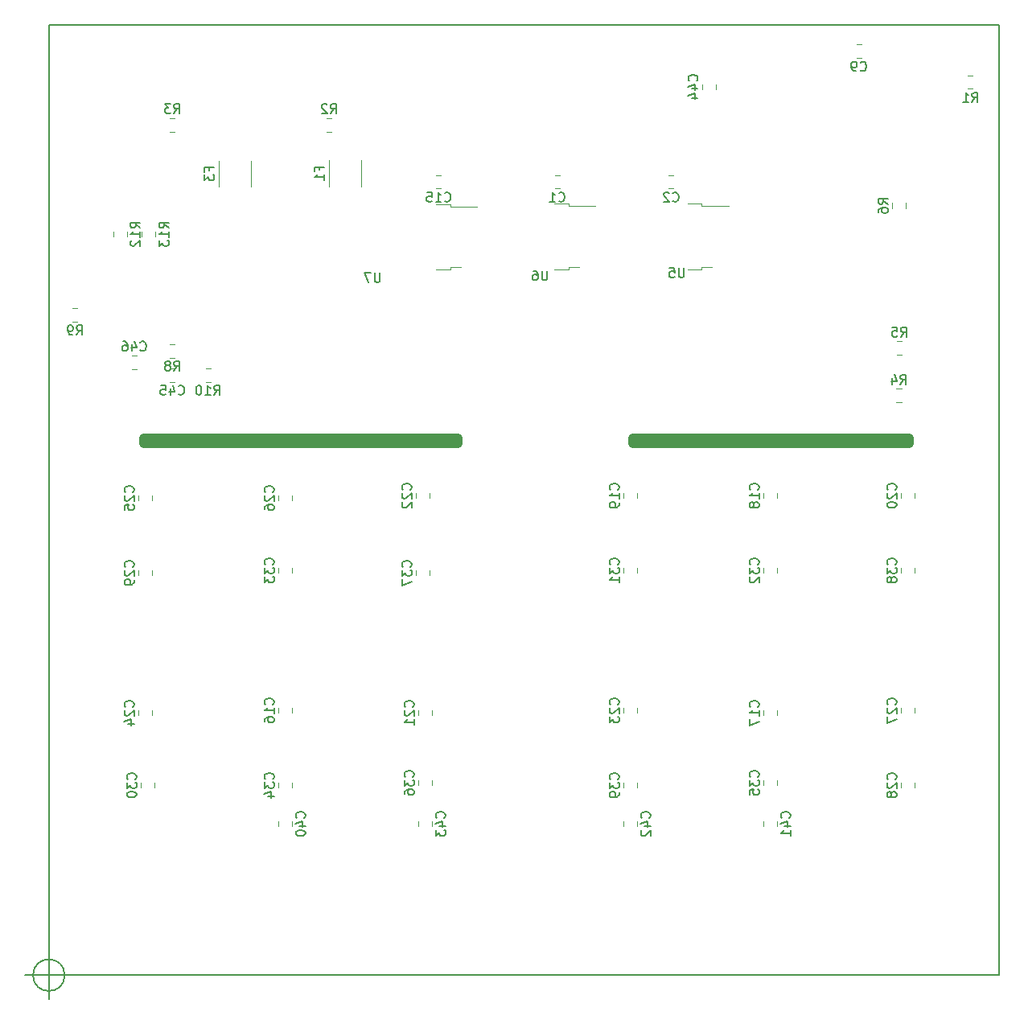
<source format=gbr>
%TF.GenerationSoftware,KiCad,Pcbnew,(5.0.0)*%
%TF.CreationDate,2019-01-15T18:54:47+01:00*%
%TF.ProjectId,KicadEuropower,4B696361644575726F706F7765722E6B,Rev B*%
%TF.SameCoordinates,Original*%
%TF.FileFunction,Legend,Bot*%
%TF.FilePolarity,Positive*%
%FSLAX46Y46*%
G04 Gerber Fmt 4.6, Leading zero omitted, Abs format (unit mm)*
G04 Created by KiCad (PCBNEW (5.0.0)) date 01/15/19 18:54:47*
%MOMM*%
%LPD*%
G01*
G04 APERTURE LIST*
%ADD10C,1.000000*%
%ADD11C,0.150000*%
%ADD12C,0.200000*%
%ADD13C,0.120000*%
G04 APERTURE END LIST*
D10*
X161500000Y-94000000D02*
X161500000Y-93500000D01*
X161500000Y-93500000D02*
X190500000Y-93500000D01*
X190500000Y-94000000D02*
X161500000Y-94000000D01*
X190500000Y-93500000D02*
X190500000Y-94000000D01*
X110000000Y-94000000D02*
X110000000Y-93500000D01*
X143000000Y-94000000D02*
X110000000Y-94000000D01*
X143000000Y-93500000D02*
X143000000Y-94000000D01*
X110000000Y-93500000D02*
X143000000Y-93500000D01*
D11*
X101666666Y-150000000D02*
G75*
G03X101666666Y-150000000I-1666666J0D01*
G01*
X97500000Y-150000000D02*
X102500000Y-150000000D01*
X100000000Y-147500000D02*
X100000000Y-152500000D01*
D12*
X200000000Y-50000000D02*
X100000000Y-50000000D01*
X200000000Y-150000000D02*
X200000000Y-50000000D01*
X100000000Y-150000000D02*
X200000000Y-150000000D01*
X100000000Y-50000000D02*
X100000000Y-150000000D01*
D13*
X132910000Y-64213748D02*
X132910000Y-66986252D01*
X129490000Y-64213748D02*
X129490000Y-66986252D01*
X153238748Y-65790000D02*
X153761252Y-65790000D01*
X153238748Y-67210000D02*
X153761252Y-67210000D01*
X165238748Y-65790000D02*
X165761252Y-65790000D01*
X165238748Y-67210000D02*
X165761252Y-67210000D01*
X140763748Y-65790000D02*
X141286252Y-65790000D01*
X140763748Y-67210000D02*
X141286252Y-67210000D01*
X125602000Y-121874748D02*
X125602000Y-122397252D01*
X124182000Y-121874748D02*
X124182000Y-122397252D01*
X176656000Y-122128748D02*
X176656000Y-122651252D01*
X175236000Y-122128748D02*
X175236000Y-122651252D01*
X176656000Y-99268748D02*
X176656000Y-99791252D01*
X175236000Y-99268748D02*
X175236000Y-99791252D01*
X161924000Y-99268748D02*
X161924000Y-99791252D01*
X160504000Y-99268748D02*
X160504000Y-99791252D01*
X191134000Y-99268748D02*
X191134000Y-99791252D01*
X189714000Y-99268748D02*
X189714000Y-99791252D01*
X140334000Y-122128748D02*
X140334000Y-122651252D01*
X138914000Y-122128748D02*
X138914000Y-122651252D01*
X140080000Y-99277748D02*
X140080000Y-99800252D01*
X138660000Y-99277748D02*
X138660000Y-99800252D01*
X161924000Y-121883748D02*
X161924000Y-122406252D01*
X160504000Y-121883748D02*
X160504000Y-122406252D01*
X109450000Y-122137748D02*
X109450000Y-122660252D01*
X110870000Y-122137748D02*
X110870000Y-122660252D01*
X109450000Y-99531748D02*
X109450000Y-100054252D01*
X110870000Y-99531748D02*
X110870000Y-100054252D01*
X124182000Y-99522748D02*
X124182000Y-100045252D01*
X125602000Y-99522748D02*
X125602000Y-100045252D01*
X189714000Y-121883748D02*
X189714000Y-122406252D01*
X191134000Y-121883748D02*
X191134000Y-122406252D01*
X189714000Y-129757748D02*
X189714000Y-130280252D01*
X191134000Y-129757748D02*
X191134000Y-130280252D01*
X109450000Y-107396748D02*
X109450000Y-107919252D01*
X110870000Y-107396748D02*
X110870000Y-107919252D01*
X109704000Y-129748748D02*
X109704000Y-130271252D01*
X111124000Y-129748748D02*
X111124000Y-130271252D01*
X160504000Y-107142748D02*
X160504000Y-107665252D01*
X161924000Y-107142748D02*
X161924000Y-107665252D01*
X175236000Y-107142748D02*
X175236000Y-107665252D01*
X176656000Y-107142748D02*
X176656000Y-107665252D01*
X124182000Y-107142748D02*
X124182000Y-107665252D01*
X125602000Y-107142748D02*
X125602000Y-107665252D01*
X124182000Y-129738748D02*
X124182000Y-130261252D01*
X125602000Y-129738748D02*
X125602000Y-130261252D01*
X175236000Y-129494748D02*
X175236000Y-130017252D01*
X176656000Y-129494748D02*
X176656000Y-130017252D01*
X138914000Y-129494748D02*
X138914000Y-130017252D01*
X140334000Y-129494748D02*
X140334000Y-130017252D01*
X140080000Y-107396748D02*
X140080000Y-107919252D01*
X138660000Y-107396748D02*
X138660000Y-107919252D01*
X189714000Y-107142748D02*
X189714000Y-107665252D01*
X191134000Y-107142748D02*
X191134000Y-107665252D01*
X161924000Y-129748748D02*
X161924000Y-130271252D01*
X160504000Y-129748748D02*
X160504000Y-130271252D01*
X125602000Y-134335252D02*
X125602000Y-133812748D01*
X124182000Y-134335252D02*
X124182000Y-133812748D01*
X175236000Y-134335252D02*
X175236000Y-133812748D01*
X176656000Y-134335252D02*
X176656000Y-133812748D01*
X161924000Y-134335252D02*
X161924000Y-133812748D01*
X160504000Y-134335252D02*
X160504000Y-133812748D01*
X117890000Y-64254694D02*
X117890000Y-67027198D01*
X121310000Y-64254694D02*
X121310000Y-67027198D01*
X196738748Y-55290000D02*
X197261252Y-55290000D01*
X196738748Y-56710000D02*
X197261252Y-56710000D01*
X129736252Y-59790000D02*
X129213748Y-59790000D01*
X129736252Y-61210000D02*
X129213748Y-61210000D01*
X113261252Y-59790000D02*
X112738748Y-59790000D01*
X113261252Y-61210000D02*
X112738748Y-61210000D01*
X189736252Y-88290000D02*
X189213748Y-88290000D01*
X189736252Y-89710000D02*
X189213748Y-89710000D01*
X189761252Y-84710000D02*
X189238748Y-84710000D01*
X189761252Y-83290000D02*
X189238748Y-83290000D01*
X190210000Y-68738748D02*
X190210000Y-69261252D01*
X188790000Y-68738748D02*
X188790000Y-69261252D01*
X140334000Y-134335252D02*
X140334000Y-133812748D01*
X138914000Y-134335252D02*
X138914000Y-133812748D01*
X170210000Y-56238748D02*
X170210000Y-56761252D01*
X168790000Y-56238748D02*
X168790000Y-56761252D01*
X184988748Y-53460000D02*
X185511252Y-53460000D01*
X184988748Y-52040000D02*
X185511252Y-52040000D01*
X112738748Y-85000000D02*
X113261252Y-85000000D01*
X112738748Y-83580000D02*
X113261252Y-83580000D01*
X102488748Y-81210000D02*
X103011252Y-81210000D01*
X102488748Y-79790000D02*
X103011252Y-79790000D01*
X116493748Y-86120000D02*
X117016252Y-86120000D01*
X116493748Y-87540000D02*
X117016252Y-87540000D01*
X112738748Y-87540000D02*
X113261252Y-87540000D01*
X112738748Y-86120000D02*
X113261252Y-86120000D01*
X109236252Y-86210000D02*
X108713748Y-86210000D01*
X109236252Y-84790000D02*
X108713748Y-84790000D01*
X106790000Y-72261252D02*
X106790000Y-71738748D01*
X108210000Y-72261252D02*
X108210000Y-71738748D01*
X111210000Y-72261252D02*
X111210000Y-71738748D01*
X109790000Y-72261252D02*
X109790000Y-71738748D01*
X167220000Y-68800000D02*
X168720000Y-68800000D01*
X168720000Y-68800000D02*
X168720000Y-69070000D01*
X168720000Y-69070000D02*
X171550000Y-69070000D01*
X167220000Y-75700000D02*
X168720000Y-75700000D01*
X168720000Y-75700000D02*
X168720000Y-75430000D01*
X168720000Y-75430000D02*
X169820000Y-75430000D01*
X153220000Y-68800000D02*
X154720000Y-68800000D01*
X154720000Y-68800000D02*
X154720000Y-69070000D01*
X154720000Y-69070000D02*
X157550000Y-69070000D01*
X153220000Y-75700000D02*
X154720000Y-75700000D01*
X154720000Y-75700000D02*
X154720000Y-75430000D01*
X154720000Y-75430000D02*
X155820000Y-75430000D01*
X142245000Y-75455000D02*
X143345000Y-75455000D01*
X142245000Y-75725000D02*
X142245000Y-75455000D01*
X140745000Y-75725000D02*
X142245000Y-75725000D01*
X142245000Y-69095000D02*
X145075000Y-69095000D01*
X142245000Y-68825000D02*
X142245000Y-69095000D01*
X140745000Y-68825000D02*
X142245000Y-68825000D01*
D11*
X128478571Y-65266666D02*
X128478571Y-64933333D01*
X129002380Y-64933333D02*
X128002380Y-64933333D01*
X128002380Y-65409523D01*
X129002380Y-66314285D02*
X129002380Y-65742857D01*
X129002380Y-66028571D02*
X128002380Y-66028571D01*
X128145238Y-65933333D01*
X128240476Y-65838095D01*
X128288095Y-65742857D01*
X153666666Y-68507142D02*
X153714285Y-68554761D01*
X153857142Y-68602380D01*
X153952380Y-68602380D01*
X154095238Y-68554761D01*
X154190476Y-68459523D01*
X154238095Y-68364285D01*
X154285714Y-68173809D01*
X154285714Y-68030952D01*
X154238095Y-67840476D01*
X154190476Y-67745238D01*
X154095238Y-67650000D01*
X153952380Y-67602380D01*
X153857142Y-67602380D01*
X153714285Y-67650000D01*
X153666666Y-67697619D01*
X152714285Y-68602380D02*
X153285714Y-68602380D01*
X153000000Y-68602380D02*
X153000000Y-67602380D01*
X153095238Y-67745238D01*
X153190476Y-67840476D01*
X153285714Y-67888095D01*
X165666666Y-68507142D02*
X165714285Y-68554761D01*
X165857142Y-68602380D01*
X165952380Y-68602380D01*
X166095238Y-68554761D01*
X166190476Y-68459523D01*
X166238095Y-68364285D01*
X166285714Y-68173809D01*
X166285714Y-68030952D01*
X166238095Y-67840476D01*
X166190476Y-67745238D01*
X166095238Y-67650000D01*
X165952380Y-67602380D01*
X165857142Y-67602380D01*
X165714285Y-67650000D01*
X165666666Y-67697619D01*
X165285714Y-67697619D02*
X165238095Y-67650000D01*
X165142857Y-67602380D01*
X164904761Y-67602380D01*
X164809523Y-67650000D01*
X164761904Y-67697619D01*
X164714285Y-67792857D01*
X164714285Y-67888095D01*
X164761904Y-68030952D01*
X165333333Y-68602380D01*
X164714285Y-68602380D01*
X141667857Y-68507142D02*
X141715476Y-68554761D01*
X141858333Y-68602380D01*
X141953571Y-68602380D01*
X142096428Y-68554761D01*
X142191666Y-68459523D01*
X142239285Y-68364285D01*
X142286904Y-68173809D01*
X142286904Y-68030952D01*
X142239285Y-67840476D01*
X142191666Y-67745238D01*
X142096428Y-67650000D01*
X141953571Y-67602380D01*
X141858333Y-67602380D01*
X141715476Y-67650000D01*
X141667857Y-67697619D01*
X140715476Y-68602380D02*
X141286904Y-68602380D01*
X141001190Y-68602380D02*
X141001190Y-67602380D01*
X141096428Y-67745238D01*
X141191666Y-67840476D01*
X141286904Y-67888095D01*
X139810714Y-67602380D02*
X140286904Y-67602380D01*
X140334523Y-68078571D01*
X140286904Y-68030952D01*
X140191666Y-67983333D01*
X139953571Y-67983333D01*
X139858333Y-68030952D01*
X139810714Y-68078571D01*
X139763095Y-68173809D01*
X139763095Y-68411904D01*
X139810714Y-68507142D01*
X139858333Y-68554761D01*
X139953571Y-68602380D01*
X140191666Y-68602380D01*
X140286904Y-68554761D01*
X140334523Y-68507142D01*
X123599142Y-121493142D02*
X123646761Y-121445523D01*
X123694380Y-121302666D01*
X123694380Y-121207428D01*
X123646761Y-121064571D01*
X123551523Y-120969333D01*
X123456285Y-120921714D01*
X123265809Y-120874095D01*
X123122952Y-120874095D01*
X122932476Y-120921714D01*
X122837238Y-120969333D01*
X122742000Y-121064571D01*
X122694380Y-121207428D01*
X122694380Y-121302666D01*
X122742000Y-121445523D01*
X122789619Y-121493142D01*
X123694380Y-122445523D02*
X123694380Y-121874095D01*
X123694380Y-122159809D02*
X122694380Y-122159809D01*
X122837238Y-122064571D01*
X122932476Y-121969333D01*
X122980095Y-121874095D01*
X122694380Y-123302666D02*
X122694380Y-123112190D01*
X122742000Y-123016952D01*
X122789619Y-122969333D01*
X122932476Y-122874095D01*
X123122952Y-122826476D01*
X123503904Y-122826476D01*
X123599142Y-122874095D01*
X123646761Y-122921714D01*
X123694380Y-123016952D01*
X123694380Y-123207428D01*
X123646761Y-123302666D01*
X123599142Y-123350285D01*
X123503904Y-123397904D01*
X123265809Y-123397904D01*
X123170571Y-123350285D01*
X123122952Y-123302666D01*
X123075333Y-123207428D01*
X123075333Y-123016952D01*
X123122952Y-122921714D01*
X123170571Y-122874095D01*
X123265809Y-122826476D01*
X174653142Y-121747142D02*
X174700761Y-121699523D01*
X174748380Y-121556666D01*
X174748380Y-121461428D01*
X174700761Y-121318571D01*
X174605523Y-121223333D01*
X174510285Y-121175714D01*
X174319809Y-121128095D01*
X174176952Y-121128095D01*
X173986476Y-121175714D01*
X173891238Y-121223333D01*
X173796000Y-121318571D01*
X173748380Y-121461428D01*
X173748380Y-121556666D01*
X173796000Y-121699523D01*
X173843619Y-121747142D01*
X174748380Y-122699523D02*
X174748380Y-122128095D01*
X174748380Y-122413809D02*
X173748380Y-122413809D01*
X173891238Y-122318571D01*
X173986476Y-122223333D01*
X174034095Y-122128095D01*
X173748380Y-123032857D02*
X173748380Y-123699523D01*
X174748380Y-123270952D01*
X174653142Y-98887142D02*
X174700761Y-98839523D01*
X174748380Y-98696666D01*
X174748380Y-98601428D01*
X174700761Y-98458571D01*
X174605523Y-98363333D01*
X174510285Y-98315714D01*
X174319809Y-98268095D01*
X174176952Y-98268095D01*
X173986476Y-98315714D01*
X173891238Y-98363333D01*
X173796000Y-98458571D01*
X173748380Y-98601428D01*
X173748380Y-98696666D01*
X173796000Y-98839523D01*
X173843619Y-98887142D01*
X174748380Y-99839523D02*
X174748380Y-99268095D01*
X174748380Y-99553809D02*
X173748380Y-99553809D01*
X173891238Y-99458571D01*
X173986476Y-99363333D01*
X174034095Y-99268095D01*
X174176952Y-100410952D02*
X174129333Y-100315714D01*
X174081714Y-100268095D01*
X173986476Y-100220476D01*
X173938857Y-100220476D01*
X173843619Y-100268095D01*
X173796000Y-100315714D01*
X173748380Y-100410952D01*
X173748380Y-100601428D01*
X173796000Y-100696666D01*
X173843619Y-100744285D01*
X173938857Y-100791904D01*
X173986476Y-100791904D01*
X174081714Y-100744285D01*
X174129333Y-100696666D01*
X174176952Y-100601428D01*
X174176952Y-100410952D01*
X174224571Y-100315714D01*
X174272190Y-100268095D01*
X174367428Y-100220476D01*
X174557904Y-100220476D01*
X174653142Y-100268095D01*
X174700761Y-100315714D01*
X174748380Y-100410952D01*
X174748380Y-100601428D01*
X174700761Y-100696666D01*
X174653142Y-100744285D01*
X174557904Y-100791904D01*
X174367428Y-100791904D01*
X174272190Y-100744285D01*
X174224571Y-100696666D01*
X174176952Y-100601428D01*
X159921142Y-98887142D02*
X159968761Y-98839523D01*
X160016380Y-98696666D01*
X160016380Y-98601428D01*
X159968761Y-98458571D01*
X159873523Y-98363333D01*
X159778285Y-98315714D01*
X159587809Y-98268095D01*
X159444952Y-98268095D01*
X159254476Y-98315714D01*
X159159238Y-98363333D01*
X159064000Y-98458571D01*
X159016380Y-98601428D01*
X159016380Y-98696666D01*
X159064000Y-98839523D01*
X159111619Y-98887142D01*
X160016380Y-99839523D02*
X160016380Y-99268095D01*
X160016380Y-99553809D02*
X159016380Y-99553809D01*
X159159238Y-99458571D01*
X159254476Y-99363333D01*
X159302095Y-99268095D01*
X160016380Y-100315714D02*
X160016380Y-100506190D01*
X159968761Y-100601428D01*
X159921142Y-100649047D01*
X159778285Y-100744285D01*
X159587809Y-100791904D01*
X159206857Y-100791904D01*
X159111619Y-100744285D01*
X159064000Y-100696666D01*
X159016380Y-100601428D01*
X159016380Y-100410952D01*
X159064000Y-100315714D01*
X159111619Y-100268095D01*
X159206857Y-100220476D01*
X159444952Y-100220476D01*
X159540190Y-100268095D01*
X159587809Y-100315714D01*
X159635428Y-100410952D01*
X159635428Y-100601428D01*
X159587809Y-100696666D01*
X159540190Y-100744285D01*
X159444952Y-100791904D01*
X189131142Y-98887142D02*
X189178761Y-98839523D01*
X189226380Y-98696666D01*
X189226380Y-98601428D01*
X189178761Y-98458571D01*
X189083523Y-98363333D01*
X188988285Y-98315714D01*
X188797809Y-98268095D01*
X188654952Y-98268095D01*
X188464476Y-98315714D01*
X188369238Y-98363333D01*
X188274000Y-98458571D01*
X188226380Y-98601428D01*
X188226380Y-98696666D01*
X188274000Y-98839523D01*
X188321619Y-98887142D01*
X188321619Y-99268095D02*
X188274000Y-99315714D01*
X188226380Y-99410952D01*
X188226380Y-99649047D01*
X188274000Y-99744285D01*
X188321619Y-99791904D01*
X188416857Y-99839523D01*
X188512095Y-99839523D01*
X188654952Y-99791904D01*
X189226380Y-99220476D01*
X189226380Y-99839523D01*
X188226380Y-100458571D02*
X188226380Y-100553809D01*
X188274000Y-100649047D01*
X188321619Y-100696666D01*
X188416857Y-100744285D01*
X188607333Y-100791904D01*
X188845428Y-100791904D01*
X189035904Y-100744285D01*
X189131142Y-100696666D01*
X189178761Y-100649047D01*
X189226380Y-100553809D01*
X189226380Y-100458571D01*
X189178761Y-100363333D01*
X189131142Y-100315714D01*
X189035904Y-100268095D01*
X188845428Y-100220476D01*
X188607333Y-100220476D01*
X188416857Y-100268095D01*
X188321619Y-100315714D01*
X188274000Y-100363333D01*
X188226380Y-100458571D01*
X138331142Y-121747142D02*
X138378761Y-121699523D01*
X138426380Y-121556666D01*
X138426380Y-121461428D01*
X138378761Y-121318571D01*
X138283523Y-121223333D01*
X138188285Y-121175714D01*
X137997809Y-121128095D01*
X137854952Y-121128095D01*
X137664476Y-121175714D01*
X137569238Y-121223333D01*
X137474000Y-121318571D01*
X137426380Y-121461428D01*
X137426380Y-121556666D01*
X137474000Y-121699523D01*
X137521619Y-121747142D01*
X137521619Y-122128095D02*
X137474000Y-122175714D01*
X137426380Y-122270952D01*
X137426380Y-122509047D01*
X137474000Y-122604285D01*
X137521619Y-122651904D01*
X137616857Y-122699523D01*
X137712095Y-122699523D01*
X137854952Y-122651904D01*
X138426380Y-122080476D01*
X138426380Y-122699523D01*
X138426380Y-123651904D02*
X138426380Y-123080476D01*
X138426380Y-123366190D02*
X137426380Y-123366190D01*
X137569238Y-123270952D01*
X137664476Y-123175714D01*
X137712095Y-123080476D01*
X138077142Y-98896142D02*
X138124761Y-98848523D01*
X138172380Y-98705666D01*
X138172380Y-98610428D01*
X138124761Y-98467571D01*
X138029523Y-98372333D01*
X137934285Y-98324714D01*
X137743809Y-98277095D01*
X137600952Y-98277095D01*
X137410476Y-98324714D01*
X137315238Y-98372333D01*
X137220000Y-98467571D01*
X137172380Y-98610428D01*
X137172380Y-98705666D01*
X137220000Y-98848523D01*
X137267619Y-98896142D01*
X137267619Y-99277095D02*
X137220000Y-99324714D01*
X137172380Y-99419952D01*
X137172380Y-99658047D01*
X137220000Y-99753285D01*
X137267619Y-99800904D01*
X137362857Y-99848523D01*
X137458095Y-99848523D01*
X137600952Y-99800904D01*
X138172380Y-99229476D01*
X138172380Y-99848523D01*
X137267619Y-100229476D02*
X137220000Y-100277095D01*
X137172380Y-100372333D01*
X137172380Y-100610428D01*
X137220000Y-100705666D01*
X137267619Y-100753285D01*
X137362857Y-100800904D01*
X137458095Y-100800904D01*
X137600952Y-100753285D01*
X138172380Y-100181857D01*
X138172380Y-100800904D01*
X159921142Y-121502142D02*
X159968761Y-121454523D01*
X160016380Y-121311666D01*
X160016380Y-121216428D01*
X159968761Y-121073571D01*
X159873523Y-120978333D01*
X159778285Y-120930714D01*
X159587809Y-120883095D01*
X159444952Y-120883095D01*
X159254476Y-120930714D01*
X159159238Y-120978333D01*
X159064000Y-121073571D01*
X159016380Y-121216428D01*
X159016380Y-121311666D01*
X159064000Y-121454523D01*
X159111619Y-121502142D01*
X159111619Y-121883095D02*
X159064000Y-121930714D01*
X159016380Y-122025952D01*
X159016380Y-122264047D01*
X159064000Y-122359285D01*
X159111619Y-122406904D01*
X159206857Y-122454523D01*
X159302095Y-122454523D01*
X159444952Y-122406904D01*
X160016380Y-121835476D01*
X160016380Y-122454523D01*
X159016380Y-122787857D02*
X159016380Y-123406904D01*
X159397333Y-123073571D01*
X159397333Y-123216428D01*
X159444952Y-123311666D01*
X159492571Y-123359285D01*
X159587809Y-123406904D01*
X159825904Y-123406904D01*
X159921142Y-123359285D01*
X159968761Y-123311666D01*
X160016380Y-123216428D01*
X160016380Y-122930714D01*
X159968761Y-122835476D01*
X159921142Y-122787857D01*
X108867142Y-121756142D02*
X108914761Y-121708523D01*
X108962380Y-121565666D01*
X108962380Y-121470428D01*
X108914761Y-121327571D01*
X108819523Y-121232333D01*
X108724285Y-121184714D01*
X108533809Y-121137095D01*
X108390952Y-121137095D01*
X108200476Y-121184714D01*
X108105238Y-121232333D01*
X108010000Y-121327571D01*
X107962380Y-121470428D01*
X107962380Y-121565666D01*
X108010000Y-121708523D01*
X108057619Y-121756142D01*
X108057619Y-122137095D02*
X108010000Y-122184714D01*
X107962380Y-122279952D01*
X107962380Y-122518047D01*
X108010000Y-122613285D01*
X108057619Y-122660904D01*
X108152857Y-122708523D01*
X108248095Y-122708523D01*
X108390952Y-122660904D01*
X108962380Y-122089476D01*
X108962380Y-122708523D01*
X108295714Y-123565666D02*
X108962380Y-123565666D01*
X107914761Y-123327571D02*
X108629047Y-123089476D01*
X108629047Y-123708523D01*
X108867142Y-99150142D02*
X108914761Y-99102523D01*
X108962380Y-98959666D01*
X108962380Y-98864428D01*
X108914761Y-98721571D01*
X108819523Y-98626333D01*
X108724285Y-98578714D01*
X108533809Y-98531095D01*
X108390952Y-98531095D01*
X108200476Y-98578714D01*
X108105238Y-98626333D01*
X108010000Y-98721571D01*
X107962380Y-98864428D01*
X107962380Y-98959666D01*
X108010000Y-99102523D01*
X108057619Y-99150142D01*
X108057619Y-99531095D02*
X108010000Y-99578714D01*
X107962380Y-99673952D01*
X107962380Y-99912047D01*
X108010000Y-100007285D01*
X108057619Y-100054904D01*
X108152857Y-100102523D01*
X108248095Y-100102523D01*
X108390952Y-100054904D01*
X108962380Y-99483476D01*
X108962380Y-100102523D01*
X107962380Y-101007285D02*
X107962380Y-100531095D01*
X108438571Y-100483476D01*
X108390952Y-100531095D01*
X108343333Y-100626333D01*
X108343333Y-100864428D01*
X108390952Y-100959666D01*
X108438571Y-101007285D01*
X108533809Y-101054904D01*
X108771904Y-101054904D01*
X108867142Y-101007285D01*
X108914761Y-100959666D01*
X108962380Y-100864428D01*
X108962380Y-100626333D01*
X108914761Y-100531095D01*
X108867142Y-100483476D01*
X123599142Y-99141142D02*
X123646761Y-99093523D01*
X123694380Y-98950666D01*
X123694380Y-98855428D01*
X123646761Y-98712571D01*
X123551523Y-98617333D01*
X123456285Y-98569714D01*
X123265809Y-98522095D01*
X123122952Y-98522095D01*
X122932476Y-98569714D01*
X122837238Y-98617333D01*
X122742000Y-98712571D01*
X122694380Y-98855428D01*
X122694380Y-98950666D01*
X122742000Y-99093523D01*
X122789619Y-99141142D01*
X122789619Y-99522095D02*
X122742000Y-99569714D01*
X122694380Y-99664952D01*
X122694380Y-99903047D01*
X122742000Y-99998285D01*
X122789619Y-100045904D01*
X122884857Y-100093523D01*
X122980095Y-100093523D01*
X123122952Y-100045904D01*
X123694380Y-99474476D01*
X123694380Y-100093523D01*
X122694380Y-100950666D02*
X122694380Y-100760190D01*
X122742000Y-100664952D01*
X122789619Y-100617333D01*
X122932476Y-100522095D01*
X123122952Y-100474476D01*
X123503904Y-100474476D01*
X123599142Y-100522095D01*
X123646761Y-100569714D01*
X123694380Y-100664952D01*
X123694380Y-100855428D01*
X123646761Y-100950666D01*
X123599142Y-100998285D01*
X123503904Y-101045904D01*
X123265809Y-101045904D01*
X123170571Y-100998285D01*
X123122952Y-100950666D01*
X123075333Y-100855428D01*
X123075333Y-100664952D01*
X123122952Y-100569714D01*
X123170571Y-100522095D01*
X123265809Y-100474476D01*
X189131142Y-121502142D02*
X189178761Y-121454523D01*
X189226380Y-121311666D01*
X189226380Y-121216428D01*
X189178761Y-121073571D01*
X189083523Y-120978333D01*
X188988285Y-120930714D01*
X188797809Y-120883095D01*
X188654952Y-120883095D01*
X188464476Y-120930714D01*
X188369238Y-120978333D01*
X188274000Y-121073571D01*
X188226380Y-121216428D01*
X188226380Y-121311666D01*
X188274000Y-121454523D01*
X188321619Y-121502142D01*
X188321619Y-121883095D02*
X188274000Y-121930714D01*
X188226380Y-122025952D01*
X188226380Y-122264047D01*
X188274000Y-122359285D01*
X188321619Y-122406904D01*
X188416857Y-122454523D01*
X188512095Y-122454523D01*
X188654952Y-122406904D01*
X189226380Y-121835476D01*
X189226380Y-122454523D01*
X188226380Y-122787857D02*
X188226380Y-123454523D01*
X189226380Y-123025952D01*
X189131142Y-129376142D02*
X189178761Y-129328523D01*
X189226380Y-129185666D01*
X189226380Y-129090428D01*
X189178761Y-128947571D01*
X189083523Y-128852333D01*
X188988285Y-128804714D01*
X188797809Y-128757095D01*
X188654952Y-128757095D01*
X188464476Y-128804714D01*
X188369238Y-128852333D01*
X188274000Y-128947571D01*
X188226380Y-129090428D01*
X188226380Y-129185666D01*
X188274000Y-129328523D01*
X188321619Y-129376142D01*
X188321619Y-129757095D02*
X188274000Y-129804714D01*
X188226380Y-129899952D01*
X188226380Y-130138047D01*
X188274000Y-130233285D01*
X188321619Y-130280904D01*
X188416857Y-130328523D01*
X188512095Y-130328523D01*
X188654952Y-130280904D01*
X189226380Y-129709476D01*
X189226380Y-130328523D01*
X188654952Y-130899952D02*
X188607333Y-130804714D01*
X188559714Y-130757095D01*
X188464476Y-130709476D01*
X188416857Y-130709476D01*
X188321619Y-130757095D01*
X188274000Y-130804714D01*
X188226380Y-130899952D01*
X188226380Y-131090428D01*
X188274000Y-131185666D01*
X188321619Y-131233285D01*
X188416857Y-131280904D01*
X188464476Y-131280904D01*
X188559714Y-131233285D01*
X188607333Y-131185666D01*
X188654952Y-131090428D01*
X188654952Y-130899952D01*
X188702571Y-130804714D01*
X188750190Y-130757095D01*
X188845428Y-130709476D01*
X189035904Y-130709476D01*
X189131142Y-130757095D01*
X189178761Y-130804714D01*
X189226380Y-130899952D01*
X189226380Y-131090428D01*
X189178761Y-131185666D01*
X189131142Y-131233285D01*
X189035904Y-131280904D01*
X188845428Y-131280904D01*
X188750190Y-131233285D01*
X188702571Y-131185666D01*
X188654952Y-131090428D01*
X108867142Y-107015142D02*
X108914761Y-106967523D01*
X108962380Y-106824666D01*
X108962380Y-106729428D01*
X108914761Y-106586571D01*
X108819523Y-106491333D01*
X108724285Y-106443714D01*
X108533809Y-106396095D01*
X108390952Y-106396095D01*
X108200476Y-106443714D01*
X108105238Y-106491333D01*
X108010000Y-106586571D01*
X107962380Y-106729428D01*
X107962380Y-106824666D01*
X108010000Y-106967523D01*
X108057619Y-107015142D01*
X108057619Y-107396095D02*
X108010000Y-107443714D01*
X107962380Y-107538952D01*
X107962380Y-107777047D01*
X108010000Y-107872285D01*
X108057619Y-107919904D01*
X108152857Y-107967523D01*
X108248095Y-107967523D01*
X108390952Y-107919904D01*
X108962380Y-107348476D01*
X108962380Y-107967523D01*
X108962380Y-108443714D02*
X108962380Y-108634190D01*
X108914761Y-108729428D01*
X108867142Y-108777047D01*
X108724285Y-108872285D01*
X108533809Y-108919904D01*
X108152857Y-108919904D01*
X108057619Y-108872285D01*
X108010000Y-108824666D01*
X107962380Y-108729428D01*
X107962380Y-108538952D01*
X108010000Y-108443714D01*
X108057619Y-108396095D01*
X108152857Y-108348476D01*
X108390952Y-108348476D01*
X108486190Y-108396095D01*
X108533809Y-108443714D01*
X108581428Y-108538952D01*
X108581428Y-108729428D01*
X108533809Y-108824666D01*
X108486190Y-108872285D01*
X108390952Y-108919904D01*
X109121142Y-129367142D02*
X109168761Y-129319523D01*
X109216380Y-129176666D01*
X109216380Y-129081428D01*
X109168761Y-128938571D01*
X109073523Y-128843333D01*
X108978285Y-128795714D01*
X108787809Y-128748095D01*
X108644952Y-128748095D01*
X108454476Y-128795714D01*
X108359238Y-128843333D01*
X108264000Y-128938571D01*
X108216380Y-129081428D01*
X108216380Y-129176666D01*
X108264000Y-129319523D01*
X108311619Y-129367142D01*
X108216380Y-129700476D02*
X108216380Y-130319523D01*
X108597333Y-129986190D01*
X108597333Y-130129047D01*
X108644952Y-130224285D01*
X108692571Y-130271904D01*
X108787809Y-130319523D01*
X109025904Y-130319523D01*
X109121142Y-130271904D01*
X109168761Y-130224285D01*
X109216380Y-130129047D01*
X109216380Y-129843333D01*
X109168761Y-129748095D01*
X109121142Y-129700476D01*
X108216380Y-130938571D02*
X108216380Y-131033809D01*
X108264000Y-131129047D01*
X108311619Y-131176666D01*
X108406857Y-131224285D01*
X108597333Y-131271904D01*
X108835428Y-131271904D01*
X109025904Y-131224285D01*
X109121142Y-131176666D01*
X109168761Y-131129047D01*
X109216380Y-131033809D01*
X109216380Y-130938571D01*
X109168761Y-130843333D01*
X109121142Y-130795714D01*
X109025904Y-130748095D01*
X108835428Y-130700476D01*
X108597333Y-130700476D01*
X108406857Y-130748095D01*
X108311619Y-130795714D01*
X108264000Y-130843333D01*
X108216380Y-130938571D01*
X159921142Y-106761142D02*
X159968761Y-106713523D01*
X160016380Y-106570666D01*
X160016380Y-106475428D01*
X159968761Y-106332571D01*
X159873523Y-106237333D01*
X159778285Y-106189714D01*
X159587809Y-106142095D01*
X159444952Y-106142095D01*
X159254476Y-106189714D01*
X159159238Y-106237333D01*
X159064000Y-106332571D01*
X159016380Y-106475428D01*
X159016380Y-106570666D01*
X159064000Y-106713523D01*
X159111619Y-106761142D01*
X159016380Y-107094476D02*
X159016380Y-107713523D01*
X159397333Y-107380190D01*
X159397333Y-107523047D01*
X159444952Y-107618285D01*
X159492571Y-107665904D01*
X159587809Y-107713523D01*
X159825904Y-107713523D01*
X159921142Y-107665904D01*
X159968761Y-107618285D01*
X160016380Y-107523047D01*
X160016380Y-107237333D01*
X159968761Y-107142095D01*
X159921142Y-107094476D01*
X160016380Y-108665904D02*
X160016380Y-108094476D01*
X160016380Y-108380190D02*
X159016380Y-108380190D01*
X159159238Y-108284952D01*
X159254476Y-108189714D01*
X159302095Y-108094476D01*
X174653142Y-106761142D02*
X174700761Y-106713523D01*
X174748380Y-106570666D01*
X174748380Y-106475428D01*
X174700761Y-106332571D01*
X174605523Y-106237333D01*
X174510285Y-106189714D01*
X174319809Y-106142095D01*
X174176952Y-106142095D01*
X173986476Y-106189714D01*
X173891238Y-106237333D01*
X173796000Y-106332571D01*
X173748380Y-106475428D01*
X173748380Y-106570666D01*
X173796000Y-106713523D01*
X173843619Y-106761142D01*
X173748380Y-107094476D02*
X173748380Y-107713523D01*
X174129333Y-107380190D01*
X174129333Y-107523047D01*
X174176952Y-107618285D01*
X174224571Y-107665904D01*
X174319809Y-107713523D01*
X174557904Y-107713523D01*
X174653142Y-107665904D01*
X174700761Y-107618285D01*
X174748380Y-107523047D01*
X174748380Y-107237333D01*
X174700761Y-107142095D01*
X174653142Y-107094476D01*
X173843619Y-108094476D02*
X173796000Y-108142095D01*
X173748380Y-108237333D01*
X173748380Y-108475428D01*
X173796000Y-108570666D01*
X173843619Y-108618285D01*
X173938857Y-108665904D01*
X174034095Y-108665904D01*
X174176952Y-108618285D01*
X174748380Y-108046857D01*
X174748380Y-108665904D01*
X123599142Y-106761142D02*
X123646761Y-106713523D01*
X123694380Y-106570666D01*
X123694380Y-106475428D01*
X123646761Y-106332571D01*
X123551523Y-106237333D01*
X123456285Y-106189714D01*
X123265809Y-106142095D01*
X123122952Y-106142095D01*
X122932476Y-106189714D01*
X122837238Y-106237333D01*
X122742000Y-106332571D01*
X122694380Y-106475428D01*
X122694380Y-106570666D01*
X122742000Y-106713523D01*
X122789619Y-106761142D01*
X122694380Y-107094476D02*
X122694380Y-107713523D01*
X123075333Y-107380190D01*
X123075333Y-107523047D01*
X123122952Y-107618285D01*
X123170571Y-107665904D01*
X123265809Y-107713523D01*
X123503904Y-107713523D01*
X123599142Y-107665904D01*
X123646761Y-107618285D01*
X123694380Y-107523047D01*
X123694380Y-107237333D01*
X123646761Y-107142095D01*
X123599142Y-107094476D01*
X122694380Y-108046857D02*
X122694380Y-108665904D01*
X123075333Y-108332571D01*
X123075333Y-108475428D01*
X123122952Y-108570666D01*
X123170571Y-108618285D01*
X123265809Y-108665904D01*
X123503904Y-108665904D01*
X123599142Y-108618285D01*
X123646761Y-108570666D01*
X123694380Y-108475428D01*
X123694380Y-108189714D01*
X123646761Y-108094476D01*
X123599142Y-108046857D01*
X123599142Y-129357142D02*
X123646761Y-129309523D01*
X123694380Y-129166666D01*
X123694380Y-129071428D01*
X123646761Y-128928571D01*
X123551523Y-128833333D01*
X123456285Y-128785714D01*
X123265809Y-128738095D01*
X123122952Y-128738095D01*
X122932476Y-128785714D01*
X122837238Y-128833333D01*
X122742000Y-128928571D01*
X122694380Y-129071428D01*
X122694380Y-129166666D01*
X122742000Y-129309523D01*
X122789619Y-129357142D01*
X122694380Y-129690476D02*
X122694380Y-130309523D01*
X123075333Y-129976190D01*
X123075333Y-130119047D01*
X123122952Y-130214285D01*
X123170571Y-130261904D01*
X123265809Y-130309523D01*
X123503904Y-130309523D01*
X123599142Y-130261904D01*
X123646761Y-130214285D01*
X123694380Y-130119047D01*
X123694380Y-129833333D01*
X123646761Y-129738095D01*
X123599142Y-129690476D01*
X123027714Y-131166666D02*
X123694380Y-131166666D01*
X122646761Y-130928571D02*
X123361047Y-130690476D01*
X123361047Y-131309523D01*
X174653142Y-129113142D02*
X174700761Y-129065523D01*
X174748380Y-128922666D01*
X174748380Y-128827428D01*
X174700761Y-128684571D01*
X174605523Y-128589333D01*
X174510285Y-128541714D01*
X174319809Y-128494095D01*
X174176952Y-128494095D01*
X173986476Y-128541714D01*
X173891238Y-128589333D01*
X173796000Y-128684571D01*
X173748380Y-128827428D01*
X173748380Y-128922666D01*
X173796000Y-129065523D01*
X173843619Y-129113142D01*
X173748380Y-129446476D02*
X173748380Y-130065523D01*
X174129333Y-129732190D01*
X174129333Y-129875047D01*
X174176952Y-129970285D01*
X174224571Y-130017904D01*
X174319809Y-130065523D01*
X174557904Y-130065523D01*
X174653142Y-130017904D01*
X174700761Y-129970285D01*
X174748380Y-129875047D01*
X174748380Y-129589333D01*
X174700761Y-129494095D01*
X174653142Y-129446476D01*
X173748380Y-130970285D02*
X173748380Y-130494095D01*
X174224571Y-130446476D01*
X174176952Y-130494095D01*
X174129333Y-130589333D01*
X174129333Y-130827428D01*
X174176952Y-130922666D01*
X174224571Y-130970285D01*
X174319809Y-131017904D01*
X174557904Y-131017904D01*
X174653142Y-130970285D01*
X174700761Y-130922666D01*
X174748380Y-130827428D01*
X174748380Y-130589333D01*
X174700761Y-130494095D01*
X174653142Y-130446476D01*
X138331142Y-129113142D02*
X138378761Y-129065523D01*
X138426380Y-128922666D01*
X138426380Y-128827428D01*
X138378761Y-128684571D01*
X138283523Y-128589333D01*
X138188285Y-128541714D01*
X137997809Y-128494095D01*
X137854952Y-128494095D01*
X137664476Y-128541714D01*
X137569238Y-128589333D01*
X137474000Y-128684571D01*
X137426380Y-128827428D01*
X137426380Y-128922666D01*
X137474000Y-129065523D01*
X137521619Y-129113142D01*
X137426380Y-129446476D02*
X137426380Y-130065523D01*
X137807333Y-129732190D01*
X137807333Y-129875047D01*
X137854952Y-129970285D01*
X137902571Y-130017904D01*
X137997809Y-130065523D01*
X138235904Y-130065523D01*
X138331142Y-130017904D01*
X138378761Y-129970285D01*
X138426380Y-129875047D01*
X138426380Y-129589333D01*
X138378761Y-129494095D01*
X138331142Y-129446476D01*
X137426380Y-130922666D02*
X137426380Y-130732190D01*
X137474000Y-130636952D01*
X137521619Y-130589333D01*
X137664476Y-130494095D01*
X137854952Y-130446476D01*
X138235904Y-130446476D01*
X138331142Y-130494095D01*
X138378761Y-130541714D01*
X138426380Y-130636952D01*
X138426380Y-130827428D01*
X138378761Y-130922666D01*
X138331142Y-130970285D01*
X138235904Y-131017904D01*
X137997809Y-131017904D01*
X137902571Y-130970285D01*
X137854952Y-130922666D01*
X137807333Y-130827428D01*
X137807333Y-130636952D01*
X137854952Y-130541714D01*
X137902571Y-130494095D01*
X137997809Y-130446476D01*
X138077142Y-107015142D02*
X138124761Y-106967523D01*
X138172380Y-106824666D01*
X138172380Y-106729428D01*
X138124761Y-106586571D01*
X138029523Y-106491333D01*
X137934285Y-106443714D01*
X137743809Y-106396095D01*
X137600952Y-106396095D01*
X137410476Y-106443714D01*
X137315238Y-106491333D01*
X137220000Y-106586571D01*
X137172380Y-106729428D01*
X137172380Y-106824666D01*
X137220000Y-106967523D01*
X137267619Y-107015142D01*
X137172380Y-107348476D02*
X137172380Y-107967523D01*
X137553333Y-107634190D01*
X137553333Y-107777047D01*
X137600952Y-107872285D01*
X137648571Y-107919904D01*
X137743809Y-107967523D01*
X137981904Y-107967523D01*
X138077142Y-107919904D01*
X138124761Y-107872285D01*
X138172380Y-107777047D01*
X138172380Y-107491333D01*
X138124761Y-107396095D01*
X138077142Y-107348476D01*
X137172380Y-108300857D02*
X137172380Y-108967523D01*
X138172380Y-108538952D01*
X189131142Y-106761142D02*
X189178761Y-106713523D01*
X189226380Y-106570666D01*
X189226380Y-106475428D01*
X189178761Y-106332571D01*
X189083523Y-106237333D01*
X188988285Y-106189714D01*
X188797809Y-106142095D01*
X188654952Y-106142095D01*
X188464476Y-106189714D01*
X188369238Y-106237333D01*
X188274000Y-106332571D01*
X188226380Y-106475428D01*
X188226380Y-106570666D01*
X188274000Y-106713523D01*
X188321619Y-106761142D01*
X188226380Y-107094476D02*
X188226380Y-107713523D01*
X188607333Y-107380190D01*
X188607333Y-107523047D01*
X188654952Y-107618285D01*
X188702571Y-107665904D01*
X188797809Y-107713523D01*
X189035904Y-107713523D01*
X189131142Y-107665904D01*
X189178761Y-107618285D01*
X189226380Y-107523047D01*
X189226380Y-107237333D01*
X189178761Y-107142095D01*
X189131142Y-107094476D01*
X188654952Y-108284952D02*
X188607333Y-108189714D01*
X188559714Y-108142095D01*
X188464476Y-108094476D01*
X188416857Y-108094476D01*
X188321619Y-108142095D01*
X188274000Y-108189714D01*
X188226380Y-108284952D01*
X188226380Y-108475428D01*
X188274000Y-108570666D01*
X188321619Y-108618285D01*
X188416857Y-108665904D01*
X188464476Y-108665904D01*
X188559714Y-108618285D01*
X188607333Y-108570666D01*
X188654952Y-108475428D01*
X188654952Y-108284952D01*
X188702571Y-108189714D01*
X188750190Y-108142095D01*
X188845428Y-108094476D01*
X189035904Y-108094476D01*
X189131142Y-108142095D01*
X189178761Y-108189714D01*
X189226380Y-108284952D01*
X189226380Y-108475428D01*
X189178761Y-108570666D01*
X189131142Y-108618285D01*
X189035904Y-108665904D01*
X188845428Y-108665904D01*
X188750190Y-108618285D01*
X188702571Y-108570666D01*
X188654952Y-108475428D01*
X159921142Y-129367142D02*
X159968761Y-129319523D01*
X160016380Y-129176666D01*
X160016380Y-129081428D01*
X159968761Y-128938571D01*
X159873523Y-128843333D01*
X159778285Y-128795714D01*
X159587809Y-128748095D01*
X159444952Y-128748095D01*
X159254476Y-128795714D01*
X159159238Y-128843333D01*
X159064000Y-128938571D01*
X159016380Y-129081428D01*
X159016380Y-129176666D01*
X159064000Y-129319523D01*
X159111619Y-129367142D01*
X159016380Y-129700476D02*
X159016380Y-130319523D01*
X159397333Y-129986190D01*
X159397333Y-130129047D01*
X159444952Y-130224285D01*
X159492571Y-130271904D01*
X159587809Y-130319523D01*
X159825904Y-130319523D01*
X159921142Y-130271904D01*
X159968761Y-130224285D01*
X160016380Y-130129047D01*
X160016380Y-129843333D01*
X159968761Y-129748095D01*
X159921142Y-129700476D01*
X160016380Y-130795714D02*
X160016380Y-130986190D01*
X159968761Y-131081428D01*
X159921142Y-131129047D01*
X159778285Y-131224285D01*
X159587809Y-131271904D01*
X159206857Y-131271904D01*
X159111619Y-131224285D01*
X159064000Y-131176666D01*
X159016380Y-131081428D01*
X159016380Y-130890952D01*
X159064000Y-130795714D01*
X159111619Y-130748095D01*
X159206857Y-130700476D01*
X159444952Y-130700476D01*
X159540190Y-130748095D01*
X159587809Y-130795714D01*
X159635428Y-130890952D01*
X159635428Y-131081428D01*
X159587809Y-131176666D01*
X159540190Y-131224285D01*
X159444952Y-131271904D01*
X126899142Y-133431142D02*
X126946761Y-133383523D01*
X126994380Y-133240666D01*
X126994380Y-133145428D01*
X126946761Y-133002571D01*
X126851523Y-132907333D01*
X126756285Y-132859714D01*
X126565809Y-132812095D01*
X126422952Y-132812095D01*
X126232476Y-132859714D01*
X126137238Y-132907333D01*
X126042000Y-133002571D01*
X125994380Y-133145428D01*
X125994380Y-133240666D01*
X126042000Y-133383523D01*
X126089619Y-133431142D01*
X126327714Y-134288285D02*
X126994380Y-134288285D01*
X125946761Y-134050190D02*
X126661047Y-133812095D01*
X126661047Y-134431142D01*
X125994380Y-135002571D02*
X125994380Y-135097809D01*
X126042000Y-135193047D01*
X126089619Y-135240666D01*
X126184857Y-135288285D01*
X126375333Y-135335904D01*
X126613428Y-135335904D01*
X126803904Y-135288285D01*
X126899142Y-135240666D01*
X126946761Y-135193047D01*
X126994380Y-135097809D01*
X126994380Y-135002571D01*
X126946761Y-134907333D01*
X126899142Y-134859714D01*
X126803904Y-134812095D01*
X126613428Y-134764476D01*
X126375333Y-134764476D01*
X126184857Y-134812095D01*
X126089619Y-134859714D01*
X126042000Y-134907333D01*
X125994380Y-135002571D01*
X177953142Y-133431142D02*
X178000761Y-133383523D01*
X178048380Y-133240666D01*
X178048380Y-133145428D01*
X178000761Y-133002571D01*
X177905523Y-132907333D01*
X177810285Y-132859714D01*
X177619809Y-132812095D01*
X177476952Y-132812095D01*
X177286476Y-132859714D01*
X177191238Y-132907333D01*
X177096000Y-133002571D01*
X177048380Y-133145428D01*
X177048380Y-133240666D01*
X177096000Y-133383523D01*
X177143619Y-133431142D01*
X177381714Y-134288285D02*
X178048380Y-134288285D01*
X177000761Y-134050190D02*
X177715047Y-133812095D01*
X177715047Y-134431142D01*
X178048380Y-135335904D02*
X178048380Y-134764476D01*
X178048380Y-135050190D02*
X177048380Y-135050190D01*
X177191238Y-134954952D01*
X177286476Y-134859714D01*
X177334095Y-134764476D01*
X163221142Y-133431142D02*
X163268761Y-133383523D01*
X163316380Y-133240666D01*
X163316380Y-133145428D01*
X163268761Y-133002571D01*
X163173523Y-132907333D01*
X163078285Y-132859714D01*
X162887809Y-132812095D01*
X162744952Y-132812095D01*
X162554476Y-132859714D01*
X162459238Y-132907333D01*
X162364000Y-133002571D01*
X162316380Y-133145428D01*
X162316380Y-133240666D01*
X162364000Y-133383523D01*
X162411619Y-133431142D01*
X162649714Y-134288285D02*
X163316380Y-134288285D01*
X162268761Y-134050190D02*
X162983047Y-133812095D01*
X162983047Y-134431142D01*
X162411619Y-134764476D02*
X162364000Y-134812095D01*
X162316380Y-134907333D01*
X162316380Y-135145428D01*
X162364000Y-135240666D01*
X162411619Y-135288285D01*
X162506857Y-135335904D01*
X162602095Y-135335904D01*
X162744952Y-135288285D01*
X163316380Y-134716857D01*
X163316380Y-135335904D01*
X116878571Y-65307612D02*
X116878571Y-64974279D01*
X117402380Y-64974279D02*
X116402380Y-64974279D01*
X116402380Y-65450469D01*
X116402380Y-65736184D02*
X116402380Y-66355231D01*
X116783333Y-66021898D01*
X116783333Y-66164755D01*
X116830952Y-66259993D01*
X116878571Y-66307612D01*
X116973809Y-66355231D01*
X117211904Y-66355231D01*
X117307142Y-66307612D01*
X117354761Y-66259993D01*
X117402380Y-66164755D01*
X117402380Y-65879041D01*
X117354761Y-65783803D01*
X117307142Y-65736184D01*
X197166666Y-58102380D02*
X197500000Y-57626190D01*
X197738095Y-58102380D02*
X197738095Y-57102380D01*
X197357142Y-57102380D01*
X197261904Y-57150000D01*
X197214285Y-57197619D01*
X197166666Y-57292857D01*
X197166666Y-57435714D01*
X197214285Y-57530952D01*
X197261904Y-57578571D01*
X197357142Y-57626190D01*
X197738095Y-57626190D01*
X196214285Y-58102380D02*
X196785714Y-58102380D01*
X196500000Y-58102380D02*
X196500000Y-57102380D01*
X196595238Y-57245238D01*
X196690476Y-57340476D01*
X196785714Y-57388095D01*
X129641666Y-59302380D02*
X129975000Y-58826190D01*
X130213095Y-59302380D02*
X130213095Y-58302380D01*
X129832142Y-58302380D01*
X129736904Y-58350000D01*
X129689285Y-58397619D01*
X129641666Y-58492857D01*
X129641666Y-58635714D01*
X129689285Y-58730952D01*
X129736904Y-58778571D01*
X129832142Y-58826190D01*
X130213095Y-58826190D01*
X129260714Y-58397619D02*
X129213095Y-58350000D01*
X129117857Y-58302380D01*
X128879761Y-58302380D01*
X128784523Y-58350000D01*
X128736904Y-58397619D01*
X128689285Y-58492857D01*
X128689285Y-58588095D01*
X128736904Y-58730952D01*
X129308333Y-59302380D01*
X128689285Y-59302380D01*
X113166666Y-59302380D02*
X113500000Y-58826190D01*
X113738095Y-59302380D02*
X113738095Y-58302380D01*
X113357142Y-58302380D01*
X113261904Y-58350000D01*
X113214285Y-58397619D01*
X113166666Y-58492857D01*
X113166666Y-58635714D01*
X113214285Y-58730952D01*
X113261904Y-58778571D01*
X113357142Y-58826190D01*
X113738095Y-58826190D01*
X112833333Y-58302380D02*
X112214285Y-58302380D01*
X112547619Y-58683333D01*
X112404761Y-58683333D01*
X112309523Y-58730952D01*
X112261904Y-58778571D01*
X112214285Y-58873809D01*
X112214285Y-59111904D01*
X112261904Y-59207142D01*
X112309523Y-59254761D01*
X112404761Y-59302380D01*
X112690476Y-59302380D01*
X112785714Y-59254761D01*
X112833333Y-59207142D01*
X189641666Y-87802380D02*
X189975000Y-87326190D01*
X190213095Y-87802380D02*
X190213095Y-86802380D01*
X189832142Y-86802380D01*
X189736904Y-86850000D01*
X189689285Y-86897619D01*
X189641666Y-86992857D01*
X189641666Y-87135714D01*
X189689285Y-87230952D01*
X189736904Y-87278571D01*
X189832142Y-87326190D01*
X190213095Y-87326190D01*
X188784523Y-87135714D02*
X188784523Y-87802380D01*
X189022619Y-86754761D02*
X189260714Y-87469047D01*
X188641666Y-87469047D01*
X189666666Y-82802380D02*
X190000000Y-82326190D01*
X190238095Y-82802380D02*
X190238095Y-81802380D01*
X189857142Y-81802380D01*
X189761904Y-81850000D01*
X189714285Y-81897619D01*
X189666666Y-81992857D01*
X189666666Y-82135714D01*
X189714285Y-82230952D01*
X189761904Y-82278571D01*
X189857142Y-82326190D01*
X190238095Y-82326190D01*
X188761904Y-81802380D02*
X189238095Y-81802380D01*
X189285714Y-82278571D01*
X189238095Y-82230952D01*
X189142857Y-82183333D01*
X188904761Y-82183333D01*
X188809523Y-82230952D01*
X188761904Y-82278571D01*
X188714285Y-82373809D01*
X188714285Y-82611904D01*
X188761904Y-82707142D01*
X188809523Y-82754761D01*
X188904761Y-82802380D01*
X189142857Y-82802380D01*
X189238095Y-82754761D01*
X189285714Y-82707142D01*
X188302380Y-68833333D02*
X187826190Y-68500000D01*
X188302380Y-68261904D02*
X187302380Y-68261904D01*
X187302380Y-68642857D01*
X187350000Y-68738095D01*
X187397619Y-68785714D01*
X187492857Y-68833333D01*
X187635714Y-68833333D01*
X187730952Y-68785714D01*
X187778571Y-68738095D01*
X187826190Y-68642857D01*
X187826190Y-68261904D01*
X187302380Y-69690476D02*
X187302380Y-69500000D01*
X187350000Y-69404761D01*
X187397619Y-69357142D01*
X187540476Y-69261904D01*
X187730952Y-69214285D01*
X188111904Y-69214285D01*
X188207142Y-69261904D01*
X188254761Y-69309523D01*
X188302380Y-69404761D01*
X188302380Y-69595238D01*
X188254761Y-69690476D01*
X188207142Y-69738095D01*
X188111904Y-69785714D01*
X187873809Y-69785714D01*
X187778571Y-69738095D01*
X187730952Y-69690476D01*
X187683333Y-69595238D01*
X187683333Y-69404761D01*
X187730952Y-69309523D01*
X187778571Y-69261904D01*
X187873809Y-69214285D01*
X141631142Y-133431142D02*
X141678761Y-133383523D01*
X141726380Y-133240666D01*
X141726380Y-133145428D01*
X141678761Y-133002571D01*
X141583523Y-132907333D01*
X141488285Y-132859714D01*
X141297809Y-132812095D01*
X141154952Y-132812095D01*
X140964476Y-132859714D01*
X140869238Y-132907333D01*
X140774000Y-133002571D01*
X140726380Y-133145428D01*
X140726380Y-133240666D01*
X140774000Y-133383523D01*
X140821619Y-133431142D01*
X141059714Y-134288285D02*
X141726380Y-134288285D01*
X140678761Y-134050190D02*
X141393047Y-133812095D01*
X141393047Y-134431142D01*
X140726380Y-134716857D02*
X140726380Y-135335904D01*
X141107333Y-135002571D01*
X141107333Y-135145428D01*
X141154952Y-135240666D01*
X141202571Y-135288285D01*
X141297809Y-135335904D01*
X141535904Y-135335904D01*
X141631142Y-135288285D01*
X141678761Y-135240666D01*
X141726380Y-135145428D01*
X141726380Y-134859714D01*
X141678761Y-134764476D01*
X141631142Y-134716857D01*
X168207142Y-55857142D02*
X168254761Y-55809523D01*
X168302380Y-55666666D01*
X168302380Y-55571428D01*
X168254761Y-55428571D01*
X168159523Y-55333333D01*
X168064285Y-55285714D01*
X167873809Y-55238095D01*
X167730952Y-55238095D01*
X167540476Y-55285714D01*
X167445238Y-55333333D01*
X167350000Y-55428571D01*
X167302380Y-55571428D01*
X167302380Y-55666666D01*
X167350000Y-55809523D01*
X167397619Y-55857142D01*
X167635714Y-56714285D02*
X168302380Y-56714285D01*
X167254761Y-56476190D02*
X167969047Y-56238095D01*
X167969047Y-56857142D01*
X167635714Y-57666666D02*
X168302380Y-57666666D01*
X167254761Y-57428571D02*
X167969047Y-57190476D01*
X167969047Y-57809523D01*
X185416666Y-54757142D02*
X185464285Y-54804761D01*
X185607142Y-54852380D01*
X185702380Y-54852380D01*
X185845238Y-54804761D01*
X185940476Y-54709523D01*
X185988095Y-54614285D01*
X186035714Y-54423809D01*
X186035714Y-54280952D01*
X185988095Y-54090476D01*
X185940476Y-53995238D01*
X185845238Y-53900000D01*
X185702380Y-53852380D01*
X185607142Y-53852380D01*
X185464285Y-53900000D01*
X185416666Y-53947619D01*
X184940476Y-54852380D02*
X184750000Y-54852380D01*
X184654761Y-54804761D01*
X184607142Y-54757142D01*
X184511904Y-54614285D01*
X184464285Y-54423809D01*
X184464285Y-54042857D01*
X184511904Y-53947619D01*
X184559523Y-53900000D01*
X184654761Y-53852380D01*
X184845238Y-53852380D01*
X184940476Y-53900000D01*
X184988095Y-53947619D01*
X185035714Y-54042857D01*
X185035714Y-54280952D01*
X184988095Y-54376190D01*
X184940476Y-54423809D01*
X184845238Y-54471428D01*
X184654761Y-54471428D01*
X184559523Y-54423809D01*
X184511904Y-54376190D01*
X184464285Y-54280952D01*
X113166666Y-86392380D02*
X113500000Y-85916190D01*
X113738095Y-86392380D02*
X113738095Y-85392380D01*
X113357142Y-85392380D01*
X113261904Y-85440000D01*
X113214285Y-85487619D01*
X113166666Y-85582857D01*
X113166666Y-85725714D01*
X113214285Y-85820952D01*
X113261904Y-85868571D01*
X113357142Y-85916190D01*
X113738095Y-85916190D01*
X112595238Y-85820952D02*
X112690476Y-85773333D01*
X112738095Y-85725714D01*
X112785714Y-85630476D01*
X112785714Y-85582857D01*
X112738095Y-85487619D01*
X112690476Y-85440000D01*
X112595238Y-85392380D01*
X112404761Y-85392380D01*
X112309523Y-85440000D01*
X112261904Y-85487619D01*
X112214285Y-85582857D01*
X112214285Y-85630476D01*
X112261904Y-85725714D01*
X112309523Y-85773333D01*
X112404761Y-85820952D01*
X112595238Y-85820952D01*
X112690476Y-85868571D01*
X112738095Y-85916190D01*
X112785714Y-86011428D01*
X112785714Y-86201904D01*
X112738095Y-86297142D01*
X112690476Y-86344761D01*
X112595238Y-86392380D01*
X112404761Y-86392380D01*
X112309523Y-86344761D01*
X112261904Y-86297142D01*
X112214285Y-86201904D01*
X112214285Y-86011428D01*
X112261904Y-85916190D01*
X112309523Y-85868571D01*
X112404761Y-85820952D01*
X102916666Y-82602380D02*
X103250000Y-82126190D01*
X103488095Y-82602380D02*
X103488095Y-81602380D01*
X103107142Y-81602380D01*
X103011904Y-81650000D01*
X102964285Y-81697619D01*
X102916666Y-81792857D01*
X102916666Y-81935714D01*
X102964285Y-82030952D01*
X103011904Y-82078571D01*
X103107142Y-82126190D01*
X103488095Y-82126190D01*
X102440476Y-82602380D02*
X102250000Y-82602380D01*
X102154761Y-82554761D01*
X102107142Y-82507142D01*
X102011904Y-82364285D01*
X101964285Y-82173809D01*
X101964285Y-81792857D01*
X102011904Y-81697619D01*
X102059523Y-81650000D01*
X102154761Y-81602380D01*
X102345238Y-81602380D01*
X102440476Y-81650000D01*
X102488095Y-81697619D01*
X102535714Y-81792857D01*
X102535714Y-82030952D01*
X102488095Y-82126190D01*
X102440476Y-82173809D01*
X102345238Y-82221428D01*
X102154761Y-82221428D01*
X102059523Y-82173809D01*
X102011904Y-82126190D01*
X101964285Y-82030952D01*
X117397857Y-88932380D02*
X117731190Y-88456190D01*
X117969285Y-88932380D02*
X117969285Y-87932380D01*
X117588333Y-87932380D01*
X117493095Y-87980000D01*
X117445476Y-88027619D01*
X117397857Y-88122857D01*
X117397857Y-88265714D01*
X117445476Y-88360952D01*
X117493095Y-88408571D01*
X117588333Y-88456190D01*
X117969285Y-88456190D01*
X116445476Y-88932380D02*
X117016904Y-88932380D01*
X116731190Y-88932380D02*
X116731190Y-87932380D01*
X116826428Y-88075238D01*
X116921666Y-88170476D01*
X117016904Y-88218095D01*
X115826428Y-87932380D02*
X115731190Y-87932380D01*
X115635952Y-87980000D01*
X115588333Y-88027619D01*
X115540714Y-88122857D01*
X115493095Y-88313333D01*
X115493095Y-88551428D01*
X115540714Y-88741904D01*
X115588333Y-88837142D01*
X115635952Y-88884761D01*
X115731190Y-88932380D01*
X115826428Y-88932380D01*
X115921666Y-88884761D01*
X115969285Y-88837142D01*
X116016904Y-88741904D01*
X116064523Y-88551428D01*
X116064523Y-88313333D01*
X116016904Y-88122857D01*
X115969285Y-88027619D01*
X115921666Y-87980000D01*
X115826428Y-87932380D01*
X113642857Y-88837142D02*
X113690476Y-88884761D01*
X113833333Y-88932380D01*
X113928571Y-88932380D01*
X114071428Y-88884761D01*
X114166666Y-88789523D01*
X114214285Y-88694285D01*
X114261904Y-88503809D01*
X114261904Y-88360952D01*
X114214285Y-88170476D01*
X114166666Y-88075238D01*
X114071428Y-87980000D01*
X113928571Y-87932380D01*
X113833333Y-87932380D01*
X113690476Y-87980000D01*
X113642857Y-88027619D01*
X112785714Y-88265714D02*
X112785714Y-88932380D01*
X113023809Y-87884761D02*
X113261904Y-88599047D01*
X112642857Y-88599047D01*
X111785714Y-87932380D02*
X112261904Y-87932380D01*
X112309523Y-88408571D01*
X112261904Y-88360952D01*
X112166666Y-88313333D01*
X111928571Y-88313333D01*
X111833333Y-88360952D01*
X111785714Y-88408571D01*
X111738095Y-88503809D01*
X111738095Y-88741904D01*
X111785714Y-88837142D01*
X111833333Y-88884761D01*
X111928571Y-88932380D01*
X112166666Y-88932380D01*
X112261904Y-88884761D01*
X112309523Y-88837142D01*
X109617857Y-84207142D02*
X109665476Y-84254761D01*
X109808333Y-84302380D01*
X109903571Y-84302380D01*
X110046428Y-84254761D01*
X110141666Y-84159523D01*
X110189285Y-84064285D01*
X110236904Y-83873809D01*
X110236904Y-83730952D01*
X110189285Y-83540476D01*
X110141666Y-83445238D01*
X110046428Y-83350000D01*
X109903571Y-83302380D01*
X109808333Y-83302380D01*
X109665476Y-83350000D01*
X109617857Y-83397619D01*
X108760714Y-83635714D02*
X108760714Y-84302380D01*
X108998809Y-83254761D02*
X109236904Y-83969047D01*
X108617857Y-83969047D01*
X107808333Y-83302380D02*
X107998809Y-83302380D01*
X108094047Y-83350000D01*
X108141666Y-83397619D01*
X108236904Y-83540476D01*
X108284523Y-83730952D01*
X108284523Y-84111904D01*
X108236904Y-84207142D01*
X108189285Y-84254761D01*
X108094047Y-84302380D01*
X107903571Y-84302380D01*
X107808333Y-84254761D01*
X107760714Y-84207142D01*
X107713095Y-84111904D01*
X107713095Y-83873809D01*
X107760714Y-83778571D01*
X107808333Y-83730952D01*
X107903571Y-83683333D01*
X108094047Y-83683333D01*
X108189285Y-83730952D01*
X108236904Y-83778571D01*
X108284523Y-83873809D01*
X109602380Y-71357142D02*
X109126190Y-71023809D01*
X109602380Y-70785714D02*
X108602380Y-70785714D01*
X108602380Y-71166666D01*
X108650000Y-71261904D01*
X108697619Y-71309523D01*
X108792857Y-71357142D01*
X108935714Y-71357142D01*
X109030952Y-71309523D01*
X109078571Y-71261904D01*
X109126190Y-71166666D01*
X109126190Y-70785714D01*
X109602380Y-72309523D02*
X109602380Y-71738095D01*
X109602380Y-72023809D02*
X108602380Y-72023809D01*
X108745238Y-71928571D01*
X108840476Y-71833333D01*
X108888095Y-71738095D01*
X108697619Y-72690476D02*
X108650000Y-72738095D01*
X108602380Y-72833333D01*
X108602380Y-73071428D01*
X108650000Y-73166666D01*
X108697619Y-73214285D01*
X108792857Y-73261904D01*
X108888095Y-73261904D01*
X109030952Y-73214285D01*
X109602380Y-72642857D01*
X109602380Y-73261904D01*
X112602380Y-71357142D02*
X112126190Y-71023809D01*
X112602380Y-70785714D02*
X111602380Y-70785714D01*
X111602380Y-71166666D01*
X111650000Y-71261904D01*
X111697619Y-71309523D01*
X111792857Y-71357142D01*
X111935714Y-71357142D01*
X112030952Y-71309523D01*
X112078571Y-71261904D01*
X112126190Y-71166666D01*
X112126190Y-70785714D01*
X112602380Y-72309523D02*
X112602380Y-71738095D01*
X112602380Y-72023809D02*
X111602380Y-72023809D01*
X111745238Y-71928571D01*
X111840476Y-71833333D01*
X111888095Y-71738095D01*
X111602380Y-72642857D02*
X111602380Y-73261904D01*
X111983333Y-72928571D01*
X111983333Y-73071428D01*
X112030952Y-73166666D01*
X112078571Y-73214285D01*
X112173809Y-73261904D01*
X112411904Y-73261904D01*
X112507142Y-73214285D01*
X112554761Y-73166666D01*
X112602380Y-73071428D01*
X112602380Y-72785714D01*
X112554761Y-72690476D01*
X112507142Y-72642857D01*
X166861904Y-75552380D02*
X166861904Y-76361904D01*
X166814285Y-76457142D01*
X166766666Y-76504761D01*
X166671428Y-76552380D01*
X166480952Y-76552380D01*
X166385714Y-76504761D01*
X166338095Y-76457142D01*
X166290476Y-76361904D01*
X166290476Y-75552380D01*
X165338095Y-75552380D02*
X165814285Y-75552380D01*
X165861904Y-76028571D01*
X165814285Y-75980952D01*
X165719047Y-75933333D01*
X165480952Y-75933333D01*
X165385714Y-75980952D01*
X165338095Y-76028571D01*
X165290476Y-76123809D01*
X165290476Y-76361904D01*
X165338095Y-76457142D01*
X165385714Y-76504761D01*
X165480952Y-76552380D01*
X165719047Y-76552380D01*
X165814285Y-76504761D01*
X165861904Y-76457142D01*
X152461904Y-75852380D02*
X152461904Y-76661904D01*
X152414285Y-76757142D01*
X152366666Y-76804761D01*
X152271428Y-76852380D01*
X152080952Y-76852380D01*
X151985714Y-76804761D01*
X151938095Y-76757142D01*
X151890476Y-76661904D01*
X151890476Y-75852380D01*
X150985714Y-75852380D02*
X151176190Y-75852380D01*
X151271428Y-75900000D01*
X151319047Y-75947619D01*
X151414285Y-76090476D01*
X151461904Y-76280952D01*
X151461904Y-76661904D01*
X151414285Y-76757142D01*
X151366666Y-76804761D01*
X151271428Y-76852380D01*
X151080952Y-76852380D01*
X150985714Y-76804761D01*
X150938095Y-76757142D01*
X150890476Y-76661904D01*
X150890476Y-76423809D01*
X150938095Y-76328571D01*
X150985714Y-76280952D01*
X151080952Y-76233333D01*
X151271428Y-76233333D01*
X151366666Y-76280952D01*
X151414285Y-76328571D01*
X151461904Y-76423809D01*
X134861904Y-76052380D02*
X134861904Y-76861904D01*
X134814285Y-76957142D01*
X134766666Y-77004761D01*
X134671428Y-77052380D01*
X134480952Y-77052380D01*
X134385714Y-77004761D01*
X134338095Y-76957142D01*
X134290476Y-76861904D01*
X134290476Y-76052380D01*
X133909523Y-76052380D02*
X133242857Y-76052380D01*
X133671428Y-77052380D01*
M02*

</source>
